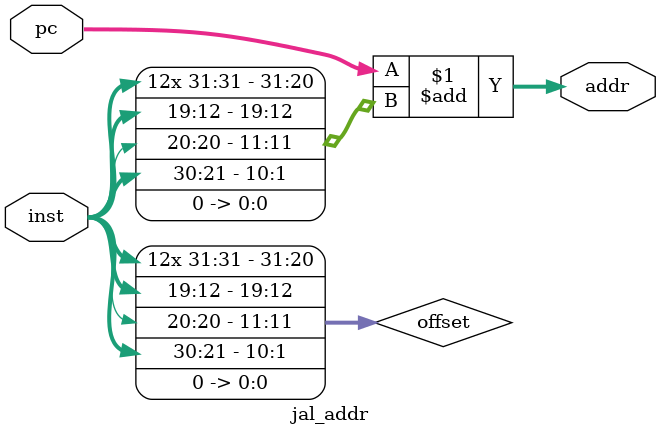
<source format=v>

module jal_addr (pc,inst,addr); // 32-bit jal address
    input  [31:0] pc,inst;
    output [31:0] addr;

    // bit 31   30:21  20   19:12        11:7     6     0
    // imm[20 | 10:1 | 11 | 19:12]        rd      1101111 | jal    rd,  offset[20:1]

    //                            31:20         19:12       11       10:1      0
    wire   [31:0] offset = {{12{inst[31]}},inst[19:12],inst[20],inst[30:21],1'b0}; // jal
    assign addr = pc + offset;
endmodule

</source>
